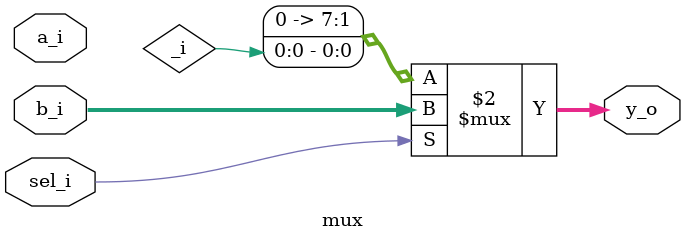
<source format=sv>
module mux(
  input   wire [7:0]    a_i,
  input   wire [7:0]    b_i,
  input   wire          sel_i,
  output  wire [7:0]    y_o
);
  // Write your logic here...
  assign y_o=(sel_i)?b_i:_i;

endmodule




</source>
